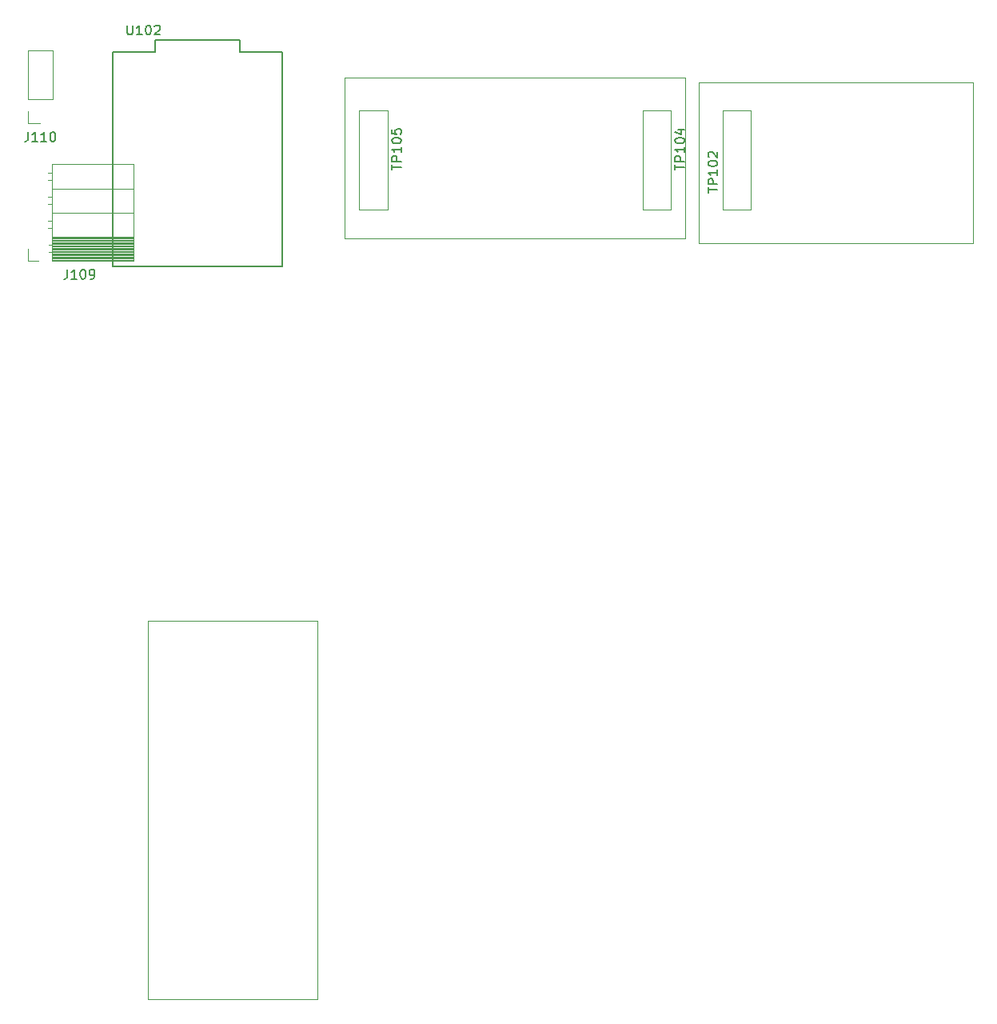
<source format=gbr>
%TF.GenerationSoftware,KiCad,Pcbnew,9.0.4*%
%TF.CreationDate,2025-11-12T11:38:36+05:30*%
%TF.ProjectId,BikeSSv3,42696b65-5353-4763-932e-6b696361645f,rev?*%
%TF.SameCoordinates,Original*%
%TF.FileFunction,Legend,Top*%
%TF.FilePolarity,Positive*%
%FSLAX46Y46*%
G04 Gerber Fmt 4.6, Leading zero omitted, Abs format (unit mm)*
G04 Created by KiCad (PCBNEW 9.0.4) date 2025-11-12 11:38:36*
%MOMM*%
%LPD*%
G01*
G04 APERTURE LIST*
%ADD10C,0.100000*%
%ADD11C,0.150000*%
%ADD12C,0.120000*%
%ADD13C,0.127000*%
G04 APERTURE END LIST*
D10*
X195100000Y-100025000D02*
X213100000Y-100025000D01*
X213100000Y-140025000D01*
X195100000Y-140025000D01*
X195100000Y-100025000D01*
X216000000Y-42500000D02*
X252000000Y-42500000D01*
X252000000Y-59500000D01*
X216000000Y-59500000D01*
X216000000Y-42500000D01*
D11*
X254454819Y-54674285D02*
X254454819Y-54102857D01*
X255454819Y-54388571D02*
X254454819Y-54388571D01*
X255454819Y-53769523D02*
X254454819Y-53769523D01*
X254454819Y-53769523D02*
X254454819Y-53388571D01*
X254454819Y-53388571D02*
X254502438Y-53293333D01*
X254502438Y-53293333D02*
X254550057Y-53245714D01*
X254550057Y-53245714D02*
X254645295Y-53198095D01*
X254645295Y-53198095D02*
X254788152Y-53198095D01*
X254788152Y-53198095D02*
X254883390Y-53245714D01*
X254883390Y-53245714D02*
X254931009Y-53293333D01*
X254931009Y-53293333D02*
X254978628Y-53388571D01*
X254978628Y-53388571D02*
X254978628Y-53769523D01*
X255454819Y-52245714D02*
X255454819Y-52817142D01*
X255454819Y-52531428D02*
X254454819Y-52531428D01*
X254454819Y-52531428D02*
X254597676Y-52626666D01*
X254597676Y-52626666D02*
X254692914Y-52721904D01*
X254692914Y-52721904D02*
X254740533Y-52817142D01*
X254454819Y-51626666D02*
X254454819Y-51531428D01*
X254454819Y-51531428D02*
X254502438Y-51436190D01*
X254502438Y-51436190D02*
X254550057Y-51388571D01*
X254550057Y-51388571D02*
X254645295Y-51340952D01*
X254645295Y-51340952D02*
X254835771Y-51293333D01*
X254835771Y-51293333D02*
X255073866Y-51293333D01*
X255073866Y-51293333D02*
X255264342Y-51340952D01*
X255264342Y-51340952D02*
X255359580Y-51388571D01*
X255359580Y-51388571D02*
X255407200Y-51436190D01*
X255407200Y-51436190D02*
X255454819Y-51531428D01*
X255454819Y-51531428D02*
X255454819Y-51626666D01*
X255454819Y-51626666D02*
X255407200Y-51721904D01*
X255407200Y-51721904D02*
X255359580Y-51769523D01*
X255359580Y-51769523D02*
X255264342Y-51817142D01*
X255264342Y-51817142D02*
X255073866Y-51864761D01*
X255073866Y-51864761D02*
X254835771Y-51864761D01*
X254835771Y-51864761D02*
X254645295Y-51817142D01*
X254645295Y-51817142D02*
X254550057Y-51769523D01*
X254550057Y-51769523D02*
X254502438Y-51721904D01*
X254502438Y-51721904D02*
X254454819Y-51626666D01*
X254550057Y-50912380D02*
X254502438Y-50864761D01*
X254502438Y-50864761D02*
X254454819Y-50769523D01*
X254454819Y-50769523D02*
X254454819Y-50531428D01*
X254454819Y-50531428D02*
X254502438Y-50436190D01*
X254502438Y-50436190D02*
X254550057Y-50388571D01*
X254550057Y-50388571D02*
X254645295Y-50340952D01*
X254645295Y-50340952D02*
X254740533Y-50340952D01*
X254740533Y-50340952D02*
X254883390Y-50388571D01*
X254883390Y-50388571D02*
X255454819Y-50959999D01*
X255454819Y-50959999D02*
X255454819Y-50340952D01*
X182439285Y-48249819D02*
X182439285Y-48964104D01*
X182439285Y-48964104D02*
X182391666Y-49106961D01*
X182391666Y-49106961D02*
X182296428Y-49202200D01*
X182296428Y-49202200D02*
X182153571Y-49249819D01*
X182153571Y-49249819D02*
X182058333Y-49249819D01*
X183439285Y-49249819D02*
X182867857Y-49249819D01*
X183153571Y-49249819D02*
X183153571Y-48249819D01*
X183153571Y-48249819D02*
X183058333Y-48392676D01*
X183058333Y-48392676D02*
X182963095Y-48487914D01*
X182963095Y-48487914D02*
X182867857Y-48535533D01*
X184391666Y-49249819D02*
X183820238Y-49249819D01*
X184105952Y-49249819D02*
X184105952Y-48249819D01*
X184105952Y-48249819D02*
X184010714Y-48392676D01*
X184010714Y-48392676D02*
X183915476Y-48487914D01*
X183915476Y-48487914D02*
X183820238Y-48535533D01*
X185010714Y-48249819D02*
X185105952Y-48249819D01*
X185105952Y-48249819D02*
X185201190Y-48297438D01*
X185201190Y-48297438D02*
X185248809Y-48345057D01*
X185248809Y-48345057D02*
X185296428Y-48440295D01*
X185296428Y-48440295D02*
X185344047Y-48630771D01*
X185344047Y-48630771D02*
X185344047Y-48868866D01*
X185344047Y-48868866D02*
X185296428Y-49059342D01*
X185296428Y-49059342D02*
X185248809Y-49154580D01*
X185248809Y-49154580D02*
X185201190Y-49202200D01*
X185201190Y-49202200D02*
X185105952Y-49249819D01*
X185105952Y-49249819D02*
X185010714Y-49249819D01*
X185010714Y-49249819D02*
X184915476Y-49202200D01*
X184915476Y-49202200D02*
X184867857Y-49154580D01*
X184867857Y-49154580D02*
X184820238Y-49059342D01*
X184820238Y-49059342D02*
X184772619Y-48868866D01*
X184772619Y-48868866D02*
X184772619Y-48630771D01*
X184772619Y-48630771D02*
X184820238Y-48440295D01*
X184820238Y-48440295D02*
X184867857Y-48345057D01*
X184867857Y-48345057D02*
X184915476Y-48297438D01*
X184915476Y-48297438D02*
X185010714Y-48249819D01*
X250954819Y-52254285D02*
X250954819Y-51682857D01*
X251954819Y-51968571D02*
X250954819Y-51968571D01*
X251954819Y-51349523D02*
X250954819Y-51349523D01*
X250954819Y-51349523D02*
X250954819Y-50968571D01*
X250954819Y-50968571D02*
X251002438Y-50873333D01*
X251002438Y-50873333D02*
X251050057Y-50825714D01*
X251050057Y-50825714D02*
X251145295Y-50778095D01*
X251145295Y-50778095D02*
X251288152Y-50778095D01*
X251288152Y-50778095D02*
X251383390Y-50825714D01*
X251383390Y-50825714D02*
X251431009Y-50873333D01*
X251431009Y-50873333D02*
X251478628Y-50968571D01*
X251478628Y-50968571D02*
X251478628Y-51349523D01*
X251954819Y-49825714D02*
X251954819Y-50397142D01*
X251954819Y-50111428D02*
X250954819Y-50111428D01*
X250954819Y-50111428D02*
X251097676Y-50206666D01*
X251097676Y-50206666D02*
X251192914Y-50301904D01*
X251192914Y-50301904D02*
X251240533Y-50397142D01*
X250954819Y-49206666D02*
X250954819Y-49111428D01*
X250954819Y-49111428D02*
X251002438Y-49016190D01*
X251002438Y-49016190D02*
X251050057Y-48968571D01*
X251050057Y-48968571D02*
X251145295Y-48920952D01*
X251145295Y-48920952D02*
X251335771Y-48873333D01*
X251335771Y-48873333D02*
X251573866Y-48873333D01*
X251573866Y-48873333D02*
X251764342Y-48920952D01*
X251764342Y-48920952D02*
X251859580Y-48968571D01*
X251859580Y-48968571D02*
X251907200Y-49016190D01*
X251907200Y-49016190D02*
X251954819Y-49111428D01*
X251954819Y-49111428D02*
X251954819Y-49206666D01*
X251954819Y-49206666D02*
X251907200Y-49301904D01*
X251907200Y-49301904D02*
X251859580Y-49349523D01*
X251859580Y-49349523D02*
X251764342Y-49397142D01*
X251764342Y-49397142D02*
X251573866Y-49444761D01*
X251573866Y-49444761D02*
X251335771Y-49444761D01*
X251335771Y-49444761D02*
X251145295Y-49397142D01*
X251145295Y-49397142D02*
X251050057Y-49349523D01*
X251050057Y-49349523D02*
X251002438Y-49301904D01*
X251002438Y-49301904D02*
X250954819Y-49206666D01*
X251288152Y-48016190D02*
X251954819Y-48016190D01*
X250907200Y-48254285D02*
X251621485Y-48492380D01*
X251621485Y-48492380D02*
X251621485Y-47873333D01*
X192940714Y-36952319D02*
X192940714Y-37761842D01*
X192940714Y-37761842D02*
X192988333Y-37857080D01*
X192988333Y-37857080D02*
X193035952Y-37904700D01*
X193035952Y-37904700D02*
X193131190Y-37952319D01*
X193131190Y-37952319D02*
X193321666Y-37952319D01*
X193321666Y-37952319D02*
X193416904Y-37904700D01*
X193416904Y-37904700D02*
X193464523Y-37857080D01*
X193464523Y-37857080D02*
X193512142Y-37761842D01*
X193512142Y-37761842D02*
X193512142Y-36952319D01*
X194512142Y-37952319D02*
X193940714Y-37952319D01*
X194226428Y-37952319D02*
X194226428Y-36952319D01*
X194226428Y-36952319D02*
X194131190Y-37095176D01*
X194131190Y-37095176D02*
X194035952Y-37190414D01*
X194035952Y-37190414D02*
X193940714Y-37238033D01*
X195131190Y-36952319D02*
X195226428Y-36952319D01*
X195226428Y-36952319D02*
X195321666Y-36999938D01*
X195321666Y-36999938D02*
X195369285Y-37047557D01*
X195369285Y-37047557D02*
X195416904Y-37142795D01*
X195416904Y-37142795D02*
X195464523Y-37333271D01*
X195464523Y-37333271D02*
X195464523Y-37571366D01*
X195464523Y-37571366D02*
X195416904Y-37761842D01*
X195416904Y-37761842D02*
X195369285Y-37857080D01*
X195369285Y-37857080D02*
X195321666Y-37904700D01*
X195321666Y-37904700D02*
X195226428Y-37952319D01*
X195226428Y-37952319D02*
X195131190Y-37952319D01*
X195131190Y-37952319D02*
X195035952Y-37904700D01*
X195035952Y-37904700D02*
X194988333Y-37857080D01*
X194988333Y-37857080D02*
X194940714Y-37761842D01*
X194940714Y-37761842D02*
X194893095Y-37571366D01*
X194893095Y-37571366D02*
X194893095Y-37333271D01*
X194893095Y-37333271D02*
X194940714Y-37142795D01*
X194940714Y-37142795D02*
X194988333Y-37047557D01*
X194988333Y-37047557D02*
X195035952Y-36999938D01*
X195035952Y-36999938D02*
X195131190Y-36952319D01*
X195845476Y-37047557D02*
X195893095Y-36999938D01*
X195893095Y-36999938D02*
X195988333Y-36952319D01*
X195988333Y-36952319D02*
X196226428Y-36952319D01*
X196226428Y-36952319D02*
X196321666Y-36999938D01*
X196321666Y-36999938D02*
X196369285Y-37047557D01*
X196369285Y-37047557D02*
X196416904Y-37142795D01*
X196416904Y-37142795D02*
X196416904Y-37238033D01*
X196416904Y-37238033D02*
X196369285Y-37380890D01*
X196369285Y-37380890D02*
X195797857Y-37952319D01*
X195797857Y-37952319D02*
X196416904Y-37952319D01*
X186594285Y-62804819D02*
X186594285Y-63519104D01*
X186594285Y-63519104D02*
X186546666Y-63661961D01*
X186546666Y-63661961D02*
X186451428Y-63757200D01*
X186451428Y-63757200D02*
X186308571Y-63804819D01*
X186308571Y-63804819D02*
X186213333Y-63804819D01*
X187594285Y-63804819D02*
X187022857Y-63804819D01*
X187308571Y-63804819D02*
X187308571Y-62804819D01*
X187308571Y-62804819D02*
X187213333Y-62947676D01*
X187213333Y-62947676D02*
X187118095Y-63042914D01*
X187118095Y-63042914D02*
X187022857Y-63090533D01*
X188213333Y-62804819D02*
X188308571Y-62804819D01*
X188308571Y-62804819D02*
X188403809Y-62852438D01*
X188403809Y-62852438D02*
X188451428Y-62900057D01*
X188451428Y-62900057D02*
X188499047Y-62995295D01*
X188499047Y-62995295D02*
X188546666Y-63185771D01*
X188546666Y-63185771D02*
X188546666Y-63423866D01*
X188546666Y-63423866D02*
X188499047Y-63614342D01*
X188499047Y-63614342D02*
X188451428Y-63709580D01*
X188451428Y-63709580D02*
X188403809Y-63757200D01*
X188403809Y-63757200D02*
X188308571Y-63804819D01*
X188308571Y-63804819D02*
X188213333Y-63804819D01*
X188213333Y-63804819D02*
X188118095Y-63757200D01*
X188118095Y-63757200D02*
X188070476Y-63709580D01*
X188070476Y-63709580D02*
X188022857Y-63614342D01*
X188022857Y-63614342D02*
X187975238Y-63423866D01*
X187975238Y-63423866D02*
X187975238Y-63185771D01*
X187975238Y-63185771D02*
X188022857Y-62995295D01*
X188022857Y-62995295D02*
X188070476Y-62900057D01*
X188070476Y-62900057D02*
X188118095Y-62852438D01*
X188118095Y-62852438D02*
X188213333Y-62804819D01*
X189022857Y-63804819D02*
X189213333Y-63804819D01*
X189213333Y-63804819D02*
X189308571Y-63757200D01*
X189308571Y-63757200D02*
X189356190Y-63709580D01*
X189356190Y-63709580D02*
X189451428Y-63566723D01*
X189451428Y-63566723D02*
X189499047Y-63376247D01*
X189499047Y-63376247D02*
X189499047Y-62995295D01*
X189499047Y-62995295D02*
X189451428Y-62900057D01*
X189451428Y-62900057D02*
X189403809Y-62852438D01*
X189403809Y-62852438D02*
X189308571Y-62804819D01*
X189308571Y-62804819D02*
X189118095Y-62804819D01*
X189118095Y-62804819D02*
X189022857Y-62852438D01*
X189022857Y-62852438D02*
X188975238Y-62900057D01*
X188975238Y-62900057D02*
X188927619Y-62995295D01*
X188927619Y-62995295D02*
X188927619Y-63233390D01*
X188927619Y-63233390D02*
X188975238Y-63328628D01*
X188975238Y-63328628D02*
X189022857Y-63376247D01*
X189022857Y-63376247D02*
X189118095Y-63423866D01*
X189118095Y-63423866D02*
X189308571Y-63423866D01*
X189308571Y-63423866D02*
X189403809Y-63376247D01*
X189403809Y-63376247D02*
X189451428Y-63328628D01*
X189451428Y-63328628D02*
X189499047Y-63233390D01*
X220954819Y-52254285D02*
X220954819Y-51682857D01*
X221954819Y-51968571D02*
X220954819Y-51968571D01*
X221954819Y-51349523D02*
X220954819Y-51349523D01*
X220954819Y-51349523D02*
X220954819Y-50968571D01*
X220954819Y-50968571D02*
X221002438Y-50873333D01*
X221002438Y-50873333D02*
X221050057Y-50825714D01*
X221050057Y-50825714D02*
X221145295Y-50778095D01*
X221145295Y-50778095D02*
X221288152Y-50778095D01*
X221288152Y-50778095D02*
X221383390Y-50825714D01*
X221383390Y-50825714D02*
X221431009Y-50873333D01*
X221431009Y-50873333D02*
X221478628Y-50968571D01*
X221478628Y-50968571D02*
X221478628Y-51349523D01*
X221954819Y-49825714D02*
X221954819Y-50397142D01*
X221954819Y-50111428D02*
X220954819Y-50111428D01*
X220954819Y-50111428D02*
X221097676Y-50206666D01*
X221097676Y-50206666D02*
X221192914Y-50301904D01*
X221192914Y-50301904D02*
X221240533Y-50397142D01*
X220954819Y-49206666D02*
X220954819Y-49111428D01*
X220954819Y-49111428D02*
X221002438Y-49016190D01*
X221002438Y-49016190D02*
X221050057Y-48968571D01*
X221050057Y-48968571D02*
X221145295Y-48920952D01*
X221145295Y-48920952D02*
X221335771Y-48873333D01*
X221335771Y-48873333D02*
X221573866Y-48873333D01*
X221573866Y-48873333D02*
X221764342Y-48920952D01*
X221764342Y-48920952D02*
X221859580Y-48968571D01*
X221859580Y-48968571D02*
X221907200Y-49016190D01*
X221907200Y-49016190D02*
X221954819Y-49111428D01*
X221954819Y-49111428D02*
X221954819Y-49206666D01*
X221954819Y-49206666D02*
X221907200Y-49301904D01*
X221907200Y-49301904D02*
X221859580Y-49349523D01*
X221859580Y-49349523D02*
X221764342Y-49397142D01*
X221764342Y-49397142D02*
X221573866Y-49444761D01*
X221573866Y-49444761D02*
X221335771Y-49444761D01*
X221335771Y-49444761D02*
X221145295Y-49397142D01*
X221145295Y-49397142D02*
X221050057Y-49349523D01*
X221050057Y-49349523D02*
X221002438Y-49301904D01*
X221002438Y-49301904D02*
X220954819Y-49206666D01*
X220954819Y-47968571D02*
X220954819Y-48444761D01*
X220954819Y-48444761D02*
X221431009Y-48492380D01*
X221431009Y-48492380D02*
X221383390Y-48444761D01*
X221383390Y-48444761D02*
X221335771Y-48349523D01*
X221335771Y-48349523D02*
X221335771Y-48111428D01*
X221335771Y-48111428D02*
X221383390Y-48016190D01*
X221383390Y-48016190D02*
X221431009Y-47968571D01*
X221431009Y-47968571D02*
X221526247Y-47920952D01*
X221526247Y-47920952D02*
X221764342Y-47920952D01*
X221764342Y-47920952D02*
X221859580Y-47968571D01*
X221859580Y-47968571D02*
X221907200Y-48016190D01*
X221907200Y-48016190D02*
X221954819Y-48111428D01*
X221954819Y-48111428D02*
X221954819Y-48349523D01*
X221954819Y-48349523D02*
X221907200Y-48444761D01*
X221907200Y-48444761D02*
X221859580Y-48492380D01*
D12*
%TO.C,TP102*%
X256000000Y-56500000D02*
X256000000Y-46000000D01*
X256000000Y-56500000D02*
X259000000Y-56500000D01*
X259000000Y-46000000D02*
X256000000Y-46000000D01*
X259000000Y-46000000D02*
X259000000Y-56500000D01*
D10*
X253500000Y-60000000D02*
X282500000Y-60000000D01*
X282500000Y-43000000D01*
X253500000Y-43000000D01*
X253500000Y-60000000D01*
D12*
%TO.C,J110*%
X182395000Y-44755000D02*
X182395000Y-39615000D01*
X182395000Y-47355000D02*
X182395000Y-46025000D01*
X183725000Y-47355000D02*
X182395000Y-47355000D01*
X185055000Y-39615000D02*
X182395000Y-39615000D01*
X185055000Y-44755000D02*
X182395000Y-44755000D01*
X185055000Y-44755000D02*
X185055000Y-39615000D01*
%TO.C,TP104*%
X247500000Y-56500000D02*
X247500000Y-46000000D01*
X247500000Y-56500000D02*
X250500000Y-56500000D01*
X250500000Y-46000000D02*
X247500000Y-46000000D01*
X250500000Y-46000000D02*
X250500000Y-56500000D01*
D13*
%TO.C,U102*%
X191370000Y-62500000D02*
X191370000Y-39800000D01*
X195870000Y-38500000D02*
X195870000Y-39800000D01*
X195870000Y-39800000D02*
X191370000Y-39800000D01*
X204870000Y-38500000D02*
X195870000Y-38500000D01*
X204870000Y-38500000D02*
X204870000Y-39800000D01*
X209370000Y-39800000D02*
X204870000Y-39800000D01*
X209370000Y-62500000D02*
X191370000Y-62500000D01*
X209370000Y-62500000D02*
X209370000Y-39800000D01*
D12*
%TO.C,J109*%
X182390000Y-61910000D02*
X182390000Y-60580000D01*
X183500000Y-61910000D02*
X182390000Y-61910000D01*
X184960000Y-52600000D02*
X184550000Y-52600000D01*
X184960000Y-53320000D02*
X184550000Y-53320000D01*
X184960000Y-55140000D02*
X184550000Y-55140000D01*
X184960000Y-55860000D02*
X184550000Y-55860000D01*
X184960000Y-57680000D02*
X184550000Y-57680000D01*
X184960000Y-58400000D02*
X184550000Y-58400000D01*
X184960000Y-60220000D02*
X184610000Y-60220000D01*
X184960000Y-60940000D02*
X184610000Y-60940000D01*
X184960000Y-61910000D02*
X184960000Y-51630000D01*
X193590000Y-51630000D02*
X184960000Y-51630000D01*
X193590000Y-54230000D02*
X184960000Y-54230000D01*
X193590000Y-56770000D02*
X184960000Y-56770000D01*
X193590000Y-59310000D02*
X184960000Y-59310000D01*
X193590000Y-59428100D02*
X184960000Y-59428100D01*
X193590000Y-59546195D02*
X184960000Y-59546195D01*
X193590000Y-59664290D02*
X184960000Y-59664290D01*
X193590000Y-59782385D02*
X184960000Y-59782385D01*
X193590000Y-59900480D02*
X184960000Y-59900480D01*
X193590000Y-60018575D02*
X184960000Y-60018575D01*
X193590000Y-60136670D02*
X184960000Y-60136670D01*
X193590000Y-60254765D02*
X184960000Y-60254765D01*
X193590000Y-60372860D02*
X184960000Y-60372860D01*
X193590000Y-60490955D02*
X184960000Y-60490955D01*
X193590000Y-60609050D02*
X184960000Y-60609050D01*
X193590000Y-60727145D02*
X184960000Y-60727145D01*
X193590000Y-60845240D02*
X184960000Y-60845240D01*
X193590000Y-60963335D02*
X184960000Y-60963335D01*
X193590000Y-61081430D02*
X184960000Y-61081430D01*
X193590000Y-61199525D02*
X184960000Y-61199525D01*
X193590000Y-61317620D02*
X184960000Y-61317620D01*
X193590000Y-61435715D02*
X184960000Y-61435715D01*
X193590000Y-61553810D02*
X184960000Y-61553810D01*
X193590000Y-61671905D02*
X184960000Y-61671905D01*
X193590000Y-61790000D02*
X184960000Y-61790000D01*
X193590000Y-61910000D02*
X184960000Y-61910000D01*
X193590000Y-61910000D02*
X193590000Y-51630000D01*
%TO.C,TP105*%
X217500000Y-56500000D02*
X217500000Y-46000000D01*
X217500000Y-56500000D02*
X220500000Y-56500000D01*
X220500000Y-46000000D02*
X217500000Y-46000000D01*
X220500000Y-46000000D02*
X220500000Y-56500000D01*
%TD*%
M02*

</source>
